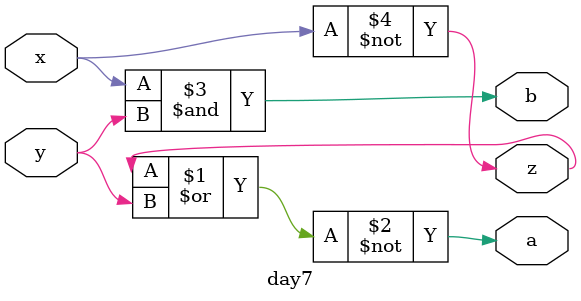
<source format=sv>
module day7(input x, input y, output z, output a, output b);
  not(z,x);
  nor(a,z,y);
  and(b,x,y);
endmodule


</source>
